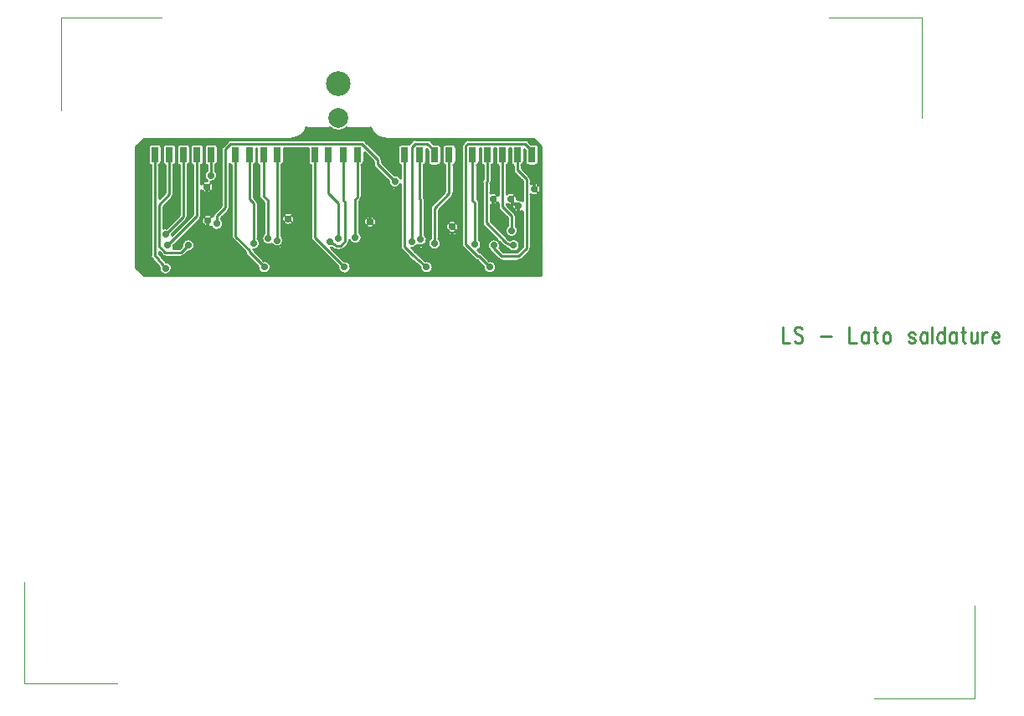
<source format=gbr>
*
*
G04 PADS VX.0 Build Number: 635560 generated Gerber (RS-274-X) file*
G04 PC Version=2.1*
*
%IN "FTC_001.pcb"*%
*
%MOIN*%
*
%FSLAX35Y35*%
*
*
*
*
G04 PC Standard Apertures*
*
*
G04 Thermal Relief Aperture macro.*
%AMTER*
1,1,$1,0,0*
1,0,$1-$2,0,0*
21,0,$3,$4,0,0,45*
21,0,$3,$4,0,0,135*
%
*
*
G04 Annular Aperture macro.*
%AMANN*
1,1,$1,0,0*
1,0,$2,0,0*
%
*
*
G04 Odd Aperture macro.*
%AMODD*
1,1,$1,0,0*
1,0,$1-0.005,0,0*
%
*
*
G04 PC Custom Aperture Macros*
*
*
*
*
*
*
G04 PC Aperture Table*
*
%ADD010C,0.01*%
%ADD040C,0.001*%
%ADD070C,0.07874*%
%ADD091C,0.01181*%
%ADD093C,0.00591*%
%ADD132C,0.09843*%
%ADD160C,0.02795*%
%ADD164R,0.03X0.06*%
*
*
*
*
G04 PC Circuitry*
G04 Layer Name FTC_001.pcb - circuitry*
%LPD*%
*
*
G04 PC Custom Flashes*
G04 Layer Name FTC_001.pcb - flashes*
%LPD*%
*
*
G04 PC Circuitry*
G04 Layer Name FTC_001.pcb - circuitry*
%LPD*%
*
G54D10*
G01X570472Y345933D02*
Y339370D01*
X573200*
X578427Y344995D02*
X577972Y345620D01*
X577291Y345933*
X576382*
X575700Y345620*
X575245Y344995*
Y344370*
X575472Y343745*
X575700Y343433*
X576154Y343120*
X577518Y342495*
X577972Y342183*
X578200Y341870*
X578427Y341245*
Y340308*
X577972Y339683*
X577291Y339370*
X576382*
X575700Y339683*
X575245Y340308*
X585700Y342183D02*
X589791D01*
X597063Y345933D02*
Y339370D01*
X599791*
X604563Y343745D02*
Y339370D01*
Y342808D02*
X604109Y343433D01*
X603654Y343745*
X602972*
X602518Y343433*
X602063Y342808*
X601836Y341870*
Y341245*
X602063Y340308*
X602518Y339683*
X602972Y339370*
X603654*
X604109Y339683*
X604563Y340308*
X607291Y345933D02*
Y340620D01*
X607518Y339683*
X607972Y339370*
X608427*
X606609Y343745D02*
X608200D01*
X611609D02*
X611154Y343433D01*
X610700Y342808*
X610472Y341870*
Y341245*
X610700Y340308*
X611154Y339683*
X611609Y339370*
X612291*
X612745Y339683*
X613200Y340308*
X613427Y341245*
Y341870*
X613200Y342808*
X612745Y343433*
X612291Y343745*
X611609*
X623200Y342808D02*
X622972Y343433D01*
X622291Y343745*
X621609*
X620927Y343433*
X620700Y342808*
X620927Y342183*
X621382Y341870*
X622518Y341558*
X622972Y341245*
X623200Y340620*
Y340308*
X622972Y339683*
X622291Y339370*
X621609*
X620927Y339683*
X620700Y340308*
X627972Y343745D02*
Y339370D01*
Y342808D02*
X627518Y343433D01*
X627063Y343745*
X626382*
X625927Y343433*
X625472Y342808*
X625245Y341870*
Y341245*
X625472Y340308*
X625927Y339683*
X626382Y339370*
X627063*
X627518Y339683*
X627972Y340308*
X630018Y345933D02*
Y339370D01*
X634791Y345933D02*
Y339370D01*
Y342808D02*
X634336Y343433D01*
X633882Y343745*
X633200*
X632745Y343433*
X632291Y342808*
X632063Y341870*
Y341245*
X632291Y340308*
X632745Y339683*
X633200Y339370*
X633882*
X634336Y339683*
X634791Y340308*
X639563Y343745D02*
Y339370D01*
Y342808D02*
X639109Y343433D01*
X638654Y343745*
X637972*
X637518Y343433*
X637063Y342808*
X636836Y341870*
Y341245*
X637063Y340308*
X637518Y339683*
X637972Y339370*
X638654*
X639109Y339683*
X639563Y340308*
X642291Y345933D02*
Y340620D01*
X642518Y339683*
X642972Y339370*
X643427*
X641609Y343745D02*
X643200D01*
X645472D02*
Y340620D01*
X645700Y339683*
X646154Y339370*
X646836*
X647291Y339683*
X647972Y340620*
Y343745D02*
Y339370D01*
X650018Y343745D02*
Y339370D01*
Y341870D02*
X650245Y342808D01*
X650700Y343433*
X651154Y343745*
X651836*
X653882Y341870D02*
X656609D01*
Y342495*
X656382Y343120*
X656154Y343433*
X655700Y343745*
X655018*
X654563Y343433*
X654109Y342808*
X653882Y341870*
Y341245*
X654109Y340308*
X654563Y339683*
X655018Y339370*
X655700*
X656154Y339683*
X656609Y340308*
X333858Y378346D02*
X331102Y375591D01*
X324673*
X322206Y378058*
X324803Y369291D02*
X320472Y374409D01*
Y414567*
X364173Y369685D02*
X358147Y375711D01*
Y376498*
X352756Y381890*
Y414567*
X396063Y369685D02*
X384192Y381556D01*
Y414567*
X428740Y369685D02*
X422835Y374909D01*
X420044Y377699*
Y414510*
X453937Y369685D02*
X449613Y374009D01*
X449089*
X444395Y378703*
X468504Y377165D02*
X465354Y374016D01*
X458661*
X455512Y377165*
Y378346*
X322206Y378058D02*
Y394646D01*
X326378Y398819*
Y414567*
X324803Y382677D02*
X331890Y389764D01*
Y414567*
X325591Y378346D02*
X337402Y390157D01*
Y414567*
X345276Y387008D02*
Y390111D01*
X348685Y393520*
Y416693*
X350759Y418767*
X403029*
X369291Y380315D02*
Y414567D01*
X359843Y379134D02*
Y395262D01*
X358268Y396837*
Y414567*
X365748Y381102D02*
Y396049D01*
X363780Y398018*
Y414567*
X396298Y380026D02*
X394529Y378257D01*
X392913*
X390107Y379832*
X390157Y379921*
X396298Y380026D02*
Y395634D01*
X395609Y396323*
Y414478*
X393701Y381102D02*
Y395065D01*
X389764Y399002*
Y414567*
X400394Y381496D02*
Y396823D01*
X401121Y397549*
Y414478*
X426378Y380709D02*
Y396594D01*
X425950Y397022*
Y414510*
X422835Y379921D02*
Y417592D01*
X424140Y418898*
X428968*
X431890Y379134D02*
Y393176D01*
X437761Y399047*
Y414510*
X444395Y378703D02*
Y417993D01*
X445300Y418898*
X467815*
X452520Y387368D02*
Y403621D01*
X453001Y404101*
Y414496*
X448031Y378740D02*
Y395349D01*
X447095Y396285*
Y414496*
X463386Y378346D02*
X463159Y377945D01*
X460361Y379528*
X452520Y387368*
X468504Y377165D02*
Y404724D01*
X464812Y408417*
Y414496*
X462598Y384252D02*
Y390046D01*
X458906Y393739*
Y414496*
X342913Y406299D02*
Y414567D01*
X416142Y403937D02*
X409268Y410811D01*
Y412528*
X403029Y418767*
X431855Y414510D02*
Y416010D01*
X428968Y418898*
X470717Y414496D02*
Y415996D01*
X467815Y418898*
X441574Y385827D02*
G75*
G03X441574I-2598J0D01*
G01X376220Y388976D02*
G03X376220I-2598J0D01*
G01X408897Y387795D02*
G03X408897I-2598J0D01*
G01X457206Y398396D02*
Y410313D01*
X456206Y411496D02*
G03X457206Y410313I1200J-0D01*
G01X456206Y411496D02*
Y417198D01*
X455701*
Y411496*
X454701Y410313D02*
G03X455701Y411496I-200J1183D01*
G01X454701Y410313D02*
Y404101D01*
X454220Y402917D02*
G03X454701Y404101I-1219J1184D01*
G01X454220Y402917D02*
Y399288D01*
X457206Y398396D02*
G03X454220Y399288I-2088J-1546D01*
G01X466804Y377870D02*
Y391939D01*
X462766Y394314D02*
G03X466804Y391939I2588J-220D01*
G01X460606Y394803D02*
G03X462766Y394314I1599J2047D01*
G01X460606Y394803D02*
Y394443D01*
X463801Y391249*
X464298Y390046D02*
G03X463801Y391249I-1700J0D01*
G01X464298Y390046D02*
Y386216D01*
X460898D02*
G03X464298I1700J-1964D01*
G01X460898D02*
Y389342D01*
X457704Y392537*
X457206Y393739D02*
G03X457704Y392537I1700J-0D01*
G01X457206Y393739D02*
Y395305D01*
X454220Y394413D02*
G03X457206Y395305I898J2437D01*
G01X454220Y394413D02*
Y388072D01*
X461399Y380893*
X462008Y380549*
X461067Y377175D02*
G03X462008Y380549I2319J1171D01*
G01X461067Y377175D02*
X459524Y378048D01*
X459158Y378325D02*
G03X459524Y378048I1203J1203D01*
G01X459158Y378325D02*
X457620Y379863D01*
X457855Y377226D02*
G03X457620Y379863I-2343J1120D01*
G01X457855Y377226D02*
X459366Y375716D01*
X464650*
X466804Y377870*
Y396250D02*
Y404020D01*
X463610Y407215*
X463112Y408417D02*
G03X463610Y407215I1700J-0D01*
G01X463112Y408417D02*
Y410313D01*
X462112Y411496D02*
G03X463112Y410313I1200J-0D01*
G01X462112Y411496D02*
Y417198D01*
X461606*
Y411496*
X460606Y410313D02*
G03X461606Y411496I-200J1183D01*
G01X460606Y410313D02*
Y398898D01*
X464793Y396631D02*
G03X460606Y398898I-2588J219D01*
G01X466804Y396250D02*
G03X464793Y396631I-1450J-2156D01*
G01X474303Y366445D02*
Y417774D01*
X471120Y420957*
X412205*
X406433Y425287D02*
G03X412205Y420957I5772J1682D01*
G01X406433Y425287D02*
X397106D01*
X390296D02*
G03X397106I3405J3847D01*
G01X390296D02*
X380969D01*
X375197Y420957D02*
G03X380969Y425287I-0J6012D01*
G01X375197Y420957D02*
X316281D01*
X313098Y417774*
Y369628*
X316281Y366445*
X474303*
X470204Y398632D02*
G03Y402943I1450J2155D01*
G01Y398632D02*
Y377165D01*
X469706Y375963D02*
G03X470204Y377165I-1202J1202D01*
G01X469706Y375963D02*
X466556Y372814D01*
X465354Y372316D02*
G03X466556Y372814I0J1700D01*
G01X465354Y372316D02*
X458661D01*
X457459Y372814D02*
G03X458661Y372316I1202J1202D01*
G01X457459Y372814D02*
X454310Y375963D01*
X454169Y376123D02*
G03X454310Y375963I1343J1042D01*
G01X457029Y380455D02*
G03X454169Y376123I-1517J-2109D01*
G01X457029Y380455D02*
X451318Y386166D01*
X450820Y387368D02*
G03X451318Y386166I1700J-0D01*
G01X450820Y387368D02*
Y403621D01*
X451301Y404805D02*
G03X450820Y403621I1219J-1184D01*
G01X451301Y404805D02*
Y410313D01*
X450301Y411496D02*
G03X451301Y410313I1200J-0D01*
G01X450301Y411496D02*
Y417198D01*
X449795*
Y411496*
X448795Y410313D02*
G03X449795Y411496I-200J1183D01*
G01X448795Y410313D02*
Y396989D01*
X449234Y396551*
X449732Y395349D02*
G03X449234Y396551I-1701J-0D01*
G01X449732Y395349D02*
Y380704D01*
X449120Y376382D02*
G03X449732Y380704I-1089J2358D01*
G01X449120Y376382D02*
X449804Y375698D01*
X450815Y375211D02*
G03X449804Y375698I-1202J-1202D01*
G01X450815Y375211D02*
X453750Y372276D01*
X451346Y369872D02*
G03X453750Y372276I2591J-187D01*
G01X451346Y369872D02*
X448898Y372320D01*
X447887Y372807D02*
G03X448898Y372320I1202J1202D01*
G01X447887Y372807D02*
X443193Y377501D01*
X442695Y378703D02*
G03X443193Y377501I1700J-0D01*
G01X442695Y378703D02*
Y417993D01*
X443193Y419195D02*
G03X442695Y417993I1202J-1202D01*
G01X443193Y419195D02*
X444098Y420100D01*
X445300Y420598D02*
G03X444098Y420100I-0J-1700D01*
G01X445300Y420598D02*
X467815D01*
X469018Y420100D02*
G03X467815Y420598I-1203J-1202D01*
G01X469018Y420100D02*
X470421Y418696D01*
X472217*
X473417Y417496D02*
G03X472217Y418696I-1200J-0D01*
G01X473417Y417496D02*
Y411496D01*
X472217Y410296D02*
G03X473417Y411496I0J1200D01*
G01X472217Y410296D02*
X469217D01*
X468017Y411496D02*
G03X469217Y410296I1200J-0D01*
G01X468017Y411496D02*
Y416292D01*
X467512Y416797*
Y411496*
X466512Y410313D02*
G03X467512Y411496I-200J1183D01*
G01X466512Y410313D02*
Y409121D01*
X469706Y405927*
X470204Y404724D02*
G03X469706Y405927I-1700J0D01*
G01X470204Y404724D02*
Y402943D01*
X441574Y385827D02*
G03X441574I-2598J0D01*
G01X440461Y417510D02*
Y411510D01*
X439461Y410327D02*
G03X440461Y411510I-200J1183D01*
G01X439461Y410327D02*
Y399047D01*
X438963Y397845D02*
G03X439461Y399047I-1202J1202D01*
G01X438963Y397845D02*
X433590Y392472D01*
Y381098*
X430190D02*
G03X433590I1700J-1964D01*
G01X430190D02*
Y393176D01*
X430688Y394379D02*
G03X430190Y393176I1202J-1203D01*
G01X430688Y394379D02*
X436061Y399752D01*
Y410327*
X435061Y411510D02*
G03X436061Y410327I1200J0D01*
G01X435061Y411510D02*
Y417510D01*
X436261Y418710D02*
G03X435061Y417510I-0J-1200D01*
G01X436261Y418710D02*
X439261D01*
X440461Y417510D02*
G03X439261Y418710I-1200J0D01*
G01X434555Y417510D02*
Y411510D01*
X433355Y410310D02*
G03X434555Y411510I0J1200D01*
G01X433355Y410310D02*
X430355D01*
X429155Y411510D02*
G03X430355Y410310I1200J0D01*
G01X429155Y411510D02*
Y416306D01*
X428650Y416811*
Y411510*
X427650Y410327D02*
G03X428650Y411510I-200J1183D01*
G01X427650Y410327D02*
Y397722D01*
X428078Y396594D02*
G03X427650Y397722I-1700J0D01*
G01X428078Y396594D02*
Y382673D01*
X425009Y378501D02*
G03X428078Y382673I1369J2208D01*
G01X422824Y377324D02*
G03X425009Y378501I11J2597D01*
G01X422824Y377324D02*
X424000Y376148D01*
X428395Y372260*
X426143Y369713D02*
G03X428395Y372260I2597J-28D01*
G01X426143Y369713D02*
X421708Y373636D01*
X421633Y373707D02*
G03X421708Y373636I1202J1202D01*
G01X421633Y373707D02*
X418842Y376497D01*
X418344Y377699D02*
G03X418842Y376497I1700J0D01*
G01X418344Y377699D02*
Y402560D01*
X413551Y404124D02*
G03X418344Y402560I2591J-187D01*
G01X413551Y404124D02*
X408066Y409609D01*
X407568Y410811D02*
G03X408066Y409609I1700J-0D01*
G01X407568Y410811D02*
Y411824D01*
X403821Y415571*
Y411478*
X402821Y410295D02*
G03X403821Y411478I-200J1183D01*
G01X402821Y410295D02*
Y397549D01*
X402323Y396347D02*
G03X402821Y397549I-1202J1202D01*
G01X402323Y396347D02*
X402094Y396118D01*
Y383460*
X397998Y380491D02*
G03X402094Y383460I2396J1005D01*
G01X397998Y380491D02*
Y380026D01*
X397501Y378824D02*
G03X397998Y380026I-1203J1202D01*
G01X397501Y378824D02*
X395731Y377055D01*
X394529Y376557D02*
G03X395731Y377055I0J1700D01*
G01X394529Y376557D02*
X392913D01*
X392081Y376775D02*
G03X392913Y376557I832J1482D01*
G01X392081Y376775D02*
X390907Y377434D01*
X390758Y377394D02*
G03X390907Y377434I-601J2527D01*
G01X390758Y377394D02*
X395876Y372276D01*
X393472Y369872D02*
G03X395876Y372276I2591J-187D01*
G01X393472Y369872D02*
X382990Y380354D01*
X382492Y381556D02*
G03X382990Y380354I1700J-0D01*
G01X382492Y381556D02*
Y410384D01*
X381492Y411567D02*
G03X382492Y410384I1200J-0D01*
G01X381492Y411567D02*
Y417067D01*
X371991*
Y411567*
X370991Y410384D02*
G03X371991Y411567I-200J1183D01*
G01X370991Y410384D02*
Y382279D01*
X367117Y378894D02*
G03X370991Y382279I2174J1421D01*
G01X364048Y383066D02*
G03X367117Y378894I1700J-1964D01*
G01X364048Y383066D02*
Y395345D01*
X362577Y396816*
X362080Y398018D02*
G03X362577Y396816I1700J-0D01*
G01X362080Y398018D02*
Y410384D01*
X361080Y411567D02*
G03X362080Y410384I1200J-0D01*
G01X361080Y411567D02*
Y417067D01*
X360968*
Y411567*
X359968Y410384D02*
G03X360968Y411567I-200J1183D01*
G01X359968Y410384D02*
Y397541D01*
X361045Y396464*
X361543Y395262D02*
G03X361045Y396464I-1700J-0D01*
G01X361543Y395262D02*
Y381098D01*
X359847Y376536D02*
G03X361543Y381098I-4J2598D01*
G01X359847Y376498D02*
G03Y376536I-1700J0D01*
G01Y376498D02*
Y376415D01*
X363986Y372276*
X361582Y369872D02*
G03X363986Y372276I2591J-187D01*
G01X361582Y369872D02*
X356945Y374509D01*
X356447Y375711D02*
G03X356945Y374509I1700J0D01*
G01X356447Y375711D02*
Y375794D01*
X351554Y380688*
X351056Y381890D02*
G03X351554Y380688I1700J-0D01*
G01X351056Y381890D02*
Y410384D01*
X350385Y410742D02*
G03X351056Y410384I871J825D01*
G01X350385Y410742D02*
Y393520D01*
X349887Y392317D02*
G03X350385Y393520I-1202J1203D01*
G01X349887Y392317D02*
X346976Y389406D01*
Y388972*
X342933Y385885D02*
G03X346976Y388972I2343J1123D01*
G01X343576Y390019D02*
G03X342933Y385885I-1844J-1830D01*
G01X343576Y390019D02*
Y390111D01*
X344073Y391313D02*
G03X343576Y390111I1203J-1202D01*
G01X344073Y391313D02*
X346985Y394224D01*
Y416693*
X347483Y417895D02*
G03X346985Y416693I1202J-1202D01*
G01X347483Y417895D02*
X349557Y419969D01*
X350759Y420467D02*
G03X349557Y419969I-0J-1700D01*
G01X350759Y420467D02*
X403029D01*
X404231Y419969D02*
G03X403029Y420467I-1202J-1202D01*
G01X404231Y419969D02*
X410470Y413730D01*
X410968Y412528D02*
G03X410470Y413730I-1700J-0D01*
G01X410968Y412528D02*
Y411515D01*
X415955Y406528*
X418344Y405314D02*
G03X415955Y406528I-2202J-1377D01*
G01X418344Y405314D02*
Y410327D01*
X417344Y411510D02*
G03X418344Y410327I1200J0D01*
G01X417344Y411510D02*
Y417510D01*
X418544Y418710D02*
G03X417344Y417510I0J-1200D01*
G01X418544Y418710D02*
X421544D01*
X421554D02*
G03X421544I-10J-1200D01*
G01X421633Y418794D02*
G03X421554Y418710I1202J-1202D01*
G01X421633Y418794D02*
X422938Y420100D01*
X424140Y420598D02*
G03X422938Y420100I0J-1700D01*
G01X424140Y420598D02*
X428968D01*
X430170Y420100D02*
G03X428968Y420598I-1202J-1202D01*
G01X430170Y420100D02*
X431559Y418710D01*
X433355*
X434555Y417510D02*
G03X433355Y418710I-1200J0D01*
G01X345613Y417567D02*
Y411567D01*
X344613Y410384D02*
G03X345613Y411567I-200J1183D01*
G01X344613Y410384D02*
Y408263D01*
X342828Y403703D02*
G03X344613Y408263I85J2596D01*
G01X339102Y400254D02*
G03X342828Y403703I2237J1321D01*
G01X339102Y400254D02*
Y390157D01*
X338604Y388955D02*
G03X339102Y390157I-1202J1202D01*
G01X338604Y388955D02*
X328181Y378533D01*
X327964Y377291D02*
G03X328181Y378533I-2373J1055D01*
G01X327964Y377291D02*
X330398D01*
X331267Y378160*
X333672Y375756D02*
G03X331267Y378160I186J2590D01*
G01X333672Y375756D02*
X332304Y374388D01*
X331102Y373891D02*
G03X332304Y374388I0J1700D01*
G01X331102Y373891D02*
X324673D01*
X323471Y374388D02*
G03X324673Y373891I1202J1203D01*
G01X323471Y374388D02*
X322172Y375687D01*
Y375032*
X324832Y371889*
X322237Y369693D02*
G03X324832Y371889I2566J-402D01*
G01X322237Y369693D02*
X319175Y373311D01*
X318772Y374409D02*
G03X319175Y373311I1700J0D01*
G01X318772Y374409D02*
Y410384D01*
X317772Y411567D02*
G03X318772Y410384I1200J-0D01*
G01X317772Y411567D02*
Y417567D01*
X318972Y418767D02*
G03X317772Y417567I0J-1200D01*
G01X318972Y418767D02*
X321972D01*
X323172Y417567D02*
G03X321972Y418767I-1200J-0D01*
G01X323172Y417567D02*
Y411567D01*
X322172Y410384D02*
G03X323172Y411567I-200J1183D01*
G01X322172Y410384D02*
Y397018D01*
X324678Y399523*
Y410384*
X323678Y411567D02*
G03X324678Y410384I1200J-0D01*
G01X323678Y411567D02*
Y417567D01*
X324878Y418767D02*
G03X323678Y417567I-0J-1200D01*
G01X324878Y418767D02*
X327878D01*
X329078Y417567D02*
G03X327878Y418767I-1200J-0D01*
G01X329078Y417567D02*
Y411567D01*
X328078Y410384D02*
G03X329078Y411567I-200J1183D01*
G01X328078Y410384D02*
Y398819D01*
X327580Y397617D02*
G03X328078Y398819I-1202J1202D01*
G01X327580Y397617D02*
X323906Y393942D01*
Y385115*
X324990Y385268D02*
G03X323906Y385115I-187J-2591D01*
G01X324990Y385268D02*
X330190Y390468D01*
Y410384*
X329190Y411567D02*
G03X330190Y410384I1200J-0D01*
G01X329190Y411567D02*
Y417567D01*
X330390Y418767D02*
G03X329190Y417567I-0J-1200D01*
G01X330390Y418767D02*
X333390D01*
X334590Y417567D02*
G03X333390Y418767I-1200J-0D01*
G01X334590Y417567D02*
Y411567D01*
X333590Y410384D02*
G03X334590Y411567I-200J1183D01*
G01X333590Y410384D02*
Y389764D01*
X333092Y388562D02*
G03X333590Y389764I-1202J1202D01*
G01X333092Y388562D02*
X327394Y382864D01*
X327398Y382558D02*
G03X327394Y382864I-2595J119D01*
G01X327398Y382558D02*
X335702Y390862D01*
Y410384*
X334702Y411567D02*
G03X335702Y410384I1200J-0D01*
G01X334702Y411567D02*
Y417567D01*
X335902Y418767D02*
G03X334702Y417567I-0J-1200D01*
G01X335902Y418767D02*
X338902D01*
X340102Y417567D02*
G03X338902Y418767I-1200J-0D01*
G01X340102Y417567D02*
Y411567D01*
X339102Y410384D02*
G03X340102Y411567I-200J1183D01*
G01X339102Y410384D02*
Y402895D01*
X341424Y404171D02*
G03X339102Y402895I-85J-2596D01*
G01X341213Y408263D02*
G03X341424Y404171I1700J-1964D01*
G01X341213Y408263D02*
Y410384D01*
X340213Y411567D02*
G03X341213Y410384I1200J-0D01*
G01X340213Y411567D02*
Y417567D01*
X341413Y418767D02*
G03X340213Y417567I0J-1200D01*
G01X341413Y418767D02*
X344413D01*
X345613Y417567D02*
G03X344413Y418767I-1200J-0D01*
G01X376220Y388976D02*
G03X376220I-2598J0D01*
G01X408897Y387795D02*
G03X408897I-2598J0D01*
G01X460606Y403176D02*
X466804D01*
X460606Y402276D02*
X466804D01*
X460606Y401376D02*
X466804D01*
X460606Y400476D02*
X466804D01*
X460606Y399576D02*
X466804D01*
X464053Y398676D02*
X466804D01*
X464632Y397776D02*
X466804D01*
X464802Y396876D02*
X466804D01*
X460606Y404076D02*
X466748D01*
X460606Y404976D02*
X465848D01*
X460606Y405876D02*
X464948D01*
X460606Y406776D02*
X464048D01*
X460606Y407676D02*
X463282D01*
X460606Y409476D02*
X463112D01*
X460606Y408576D02*
X463112D01*
X460837Y410376D02*
X462881D01*
X461586Y411276D02*
X462132D01*
X461606Y416676D02*
X462112D01*
X461606Y415776D02*
X462112D01*
X461606Y414876D02*
X462112D01*
X461606Y413976D02*
X462112D01*
X461606Y413076D02*
X462112D01*
X461606Y412176D02*
X462112D01*
X463573Y391476D02*
X466804D01*
X464214Y390576D02*
X466804D01*
X464298Y389676D02*
X466804D01*
X464298Y388776D02*
X466804D01*
X464298Y387876D02*
X466804D01*
X464298Y386976D02*
X466804D01*
X464448Y386076D02*
X466804D01*
X465026Y385176D02*
X466804D01*
X465196Y384276D02*
X466804D01*
X465044Y383376D02*
X466804D01*
X464494Y382476D02*
X466804D01*
X460716Y381576D02*
X466804D01*
X464535Y380676D02*
X466804D01*
X465555Y379776D02*
X466804D01*
X465929Y378876D02*
X466804D01*
X465957Y377976D02*
X466804D01*
X465652Y377076D02*
X466010D01*
X464813Y376176D02*
X465110D01*
X462673Y392376D02*
X463406D01*
X461773Y393276D02*
X462889D01*
X460873Y394176D02*
X462758D01*
X461784Y380676D02*
X462236D01*
X458906Y376176D02*
X461959D01*
X458006Y377076D02*
X461120D01*
X454220Y388776D02*
X460898D01*
X454416Y387876D02*
X460898D01*
X455316Y386976D02*
X460898D01*
X456216Y386076D02*
X460749D01*
X459816Y382476D02*
X460703D01*
X454220Y389676D02*
X460565D01*
X457116Y385176D02*
X460171D01*
X458916Y383376D02*
X460153D01*
X458016Y384276D02*
X460001D01*
X454220Y390576D02*
X459665D01*
X458083Y377976D02*
X459651D01*
X454220Y391476D02*
X458765D01*
X458055Y378876D02*
X458608D01*
X454220Y392376D02*
X457865D01*
X457681Y379776D02*
X457708D01*
X454220Y393276D02*
X457270D01*
X457015Y395076D02*
X457206D01*
X454220Y394176D02*
X457206D01*
X454701Y409476D02*
X457206D01*
X454701Y408576D02*
X457206D01*
X454701Y407676D02*
X457206D01*
X454701Y406776D02*
X457206D01*
X454701Y405876D02*
X457206D01*
X454701Y404976D02*
X457206D01*
X454700Y404076D02*
X457206D01*
X454427Y403176D02*
X457206D01*
X454220Y402276D02*
X457206D01*
X454220Y401376D02*
X457206D01*
X454220Y400476D02*
X457206D01*
X454220Y399576D02*
X457206D01*
X456966Y398676D02*
X457206D01*
X454931Y410376D02*
X456975D01*
X455680Y411276D02*
X456226D01*
X455701Y416676D02*
X456206D01*
X455701Y415776D02*
X456206D01*
X455701Y414876D02*
X456206D01*
X455701Y413976D02*
X456206D01*
X455701Y413076D02*
X456206D01*
X455701Y412176D02*
X456206D01*
X473391Y417744D02*
X474303D01*
X473417Y416844D02*
X474303D01*
X473417Y415944D02*
X474303D01*
X473417Y415044D02*
X474303D01*
X473417Y414144D02*
X474303D01*
X473417Y413244D02*
X474303D01*
X473417Y412344D02*
X474303D01*
X473416Y411444D02*
X474303D01*
X472947Y410544D02*
X474303D01*
X466512Y409644D02*
X474303D01*
X466889Y408744D02*
X474303D01*
X467789Y407844D02*
X474303D01*
X468689Y406944D02*
X474303D01*
X469589Y406044D02*
X474303D01*
X470151Y405144D02*
X474303D01*
X470204Y404244D02*
X474303D01*
X472116Y403344D02*
X474303D01*
X473655Y402444D02*
X474303D01*
X474139Y401544D02*
X474303D01*
X474247Y400644D02*
X474303D01*
X474032Y399744D02*
X474303D01*
X473377Y398844D02*
X474303D01*
X470204Y397944D02*
X474303D01*
X470204Y397044D02*
X474303D01*
X470204Y396144D02*
X474303D01*
X470204Y395244D02*
X474303D01*
X470204Y394344D02*
X474303D01*
X470204Y393444D02*
X474303D01*
X470204Y392544D02*
X474303D01*
X470204Y391644D02*
X474303D01*
X470204Y390744D02*
X474303D01*
X470204Y389844D02*
X474303D01*
X470204Y388944D02*
X474303D01*
X470204Y388044D02*
X474303D01*
X470204Y387144D02*
X474303D01*
X470204Y386244D02*
X474303D01*
X470204Y385344D02*
X474303D01*
X470204Y384444D02*
X474303D01*
X470204Y383544D02*
X474303D01*
X470204Y382644D02*
X474303D01*
X470204Y381744D02*
X474303D01*
X470204Y380844D02*
X474303D01*
X470204Y379944D02*
X474303D01*
X470204Y379044D02*
X474303D01*
X470204Y378144D02*
X474303D01*
X470204Y377244D02*
X474303D01*
X469992Y376344D02*
X474303D01*
X469186Y375444D02*
X474303D01*
X468286Y374544D02*
X474303D01*
X467386Y373644D02*
X474303D01*
X466482Y372744D02*
X474303D01*
X455382Y371844D02*
X474303D01*
X456209Y370944D02*
X474303D01*
X456510Y370044D02*
X474303D01*
X456478Y369144D02*
X474303D01*
X456098Y368244D02*
X474303D01*
X455062Y367344D02*
X474303D01*
X472568Y418644D02*
X473433D01*
X469574Y419544D02*
X472533D01*
X468523Y420444D02*
X471633D01*
X470204Y403344D02*
X471191D01*
X467042Y410544D02*
X468487D01*
X467511Y411444D02*
X468018D01*
X467512Y415944D02*
X468017D01*
X467512Y415044D02*
X468017D01*
X467512Y414144D02*
X468017D01*
X467512Y413244D02*
X468017D01*
X467512Y412344D02*
X468017D01*
X453283Y372744D02*
X457534D01*
X456227Y380844D02*
X456640D01*
X452383Y373644D02*
X456629D01*
X449732Y381744D02*
X455740D01*
X451483Y374544D02*
X455729D01*
X449732Y382644D02*
X454840D01*
X450525Y375444D02*
X454829D01*
X449732Y380844D02*
X454796D01*
X449732Y383544D02*
X453940D01*
X449159Y376344D02*
X453858D01*
X450334Y379944D02*
X453463D01*
X450155Y377244D02*
X453160D01*
X449732Y384444D02*
X453040D01*
X450611Y379044D02*
X453009D01*
X450560Y378144D02*
X452922D01*
X429865Y367344D02*
X452812D01*
X449732Y385344D02*
X452140D01*
X430901Y368244D02*
X451776D01*
X431281Y369144D02*
X451396D01*
X448795Y409644D02*
X451301D01*
X448795Y408744D02*
X451301D01*
X448795Y407844D02*
X451301D01*
X448795Y406944D02*
X451301D01*
X448795Y406044D02*
X451301D01*
X448795Y405144D02*
X451301D01*
X449732Y386244D02*
X451245D01*
X431313Y370044D02*
X451174D01*
X448795Y404244D02*
X450939D01*
X449732Y387144D02*
X450835D01*
X448795Y403344D02*
X450820D01*
X448795Y402444D02*
X450820D01*
X448795Y401544D02*
X450820D01*
X448795Y400644D02*
X450820D01*
X448795Y399744D02*
X450820D01*
X448795Y398844D02*
X450820D01*
X448795Y397944D02*
X450820D01*
X448795Y397044D02*
X450820D01*
X449534Y396144D02*
X450820D01*
X449732Y395244D02*
X450820D01*
X449732Y394344D02*
X450820D01*
X449732Y393444D02*
X450820D01*
X449732Y392544D02*
X450820D01*
X449732Y391644D02*
X450820D01*
X449732Y390744D02*
X450820D01*
X449732Y389844D02*
X450820D01*
X449732Y388944D02*
X450820D01*
X449732Y388044D02*
X450820D01*
X449325Y410544D02*
X450770D01*
X449794Y411444D02*
X450302D01*
X449795Y416844D02*
X450301D01*
X449795Y415944D02*
X450301D01*
X449795Y415044D02*
X450301D01*
X449795Y414144D02*
X450301D01*
X449795Y413244D02*
X450301D01*
X449795Y412344D02*
X450301D01*
X431013Y370944D02*
X450274D01*
X430185Y371844D02*
X449374D01*
X427848Y372744D02*
X447954D01*
X426831Y373644D02*
X447050D01*
X425813Y374544D02*
X446150D01*
X424796Y375444D02*
X445250D01*
X429675Y420444D02*
X444593D01*
X423804Y376344D02*
X444350D01*
X430726Y419544D02*
X443542D01*
X433672Y377244D02*
X443450D01*
X439655Y418644D02*
X442825D01*
X434291Y378144D02*
X442790D01*
X440438Y417744D02*
X442695D01*
X440461Y416844D02*
X442695D01*
X440461Y415944D02*
X442695D01*
X440461Y415044D02*
X442695D01*
X440461Y414144D02*
X442695D01*
X440461Y413244D02*
X442695D01*
X440461Y412344D02*
X442695D01*
X440459Y411444D02*
X442695D01*
X439972Y410544D02*
X442695D01*
X439461Y409644D02*
X442695D01*
X439461Y408744D02*
X442695D01*
X439461Y407844D02*
X442695D01*
X439461Y406944D02*
X442695D01*
X439461Y406044D02*
X442695D01*
X439461Y405144D02*
X442695D01*
X439461Y404244D02*
X442695D01*
X439461Y403344D02*
X442695D01*
X439461Y402444D02*
X442695D01*
X439461Y401544D02*
X442695D01*
X439461Y400644D02*
X442695D01*
X439461Y399744D02*
X442695D01*
X439449Y398844D02*
X442695D01*
X439054Y397944D02*
X442695D01*
X438161Y397044D02*
X442695D01*
X437261Y396144D02*
X442695D01*
X436361Y395244D02*
X442695D01*
X435461Y394344D02*
X442695D01*
X434561Y393444D02*
X442695D01*
X433661Y392544D02*
X442695D01*
X433590Y391644D02*
X442695D01*
X433590Y390744D02*
X442695D01*
X433590Y389844D02*
X442695D01*
X433590Y388944D02*
X442695D01*
X440330Y388044D02*
X442695D01*
X441216Y387144D02*
X442695D01*
X441540Y386244D02*
X442695D01*
X441529Y385344D02*
X442695D01*
X441175Y384444D02*
X442695D01*
X440215Y383544D02*
X442695D01*
X433590Y382644D02*
X442695D01*
X433590Y381744D02*
X442695D01*
X433845Y380844D02*
X442695D01*
X434358Y379944D02*
X442695D01*
X434486Y379044D02*
X442695D01*
X433590Y383544D02*
X437737D01*
X433590Y388044D02*
X437622D01*
X433590Y384444D02*
X436778D01*
X433590Y387144D02*
X436737D01*
X433590Y385344D02*
X436424D01*
X433590Y386244D02*
X436412D01*
X427650Y409644D02*
X436061D01*
X427650Y408744D02*
X436061D01*
X427650Y407844D02*
X436061D01*
X427650Y406944D02*
X436061D01*
X427650Y406044D02*
X436061D01*
X427650Y405144D02*
X436061D01*
X427650Y404244D02*
X436061D01*
X427650Y403344D02*
X436061D01*
X427650Y402444D02*
X436061D01*
X427650Y401544D02*
X436061D01*
X427650Y400644D02*
X436061D01*
X427650Y399744D02*
X436053D01*
X433749Y418644D02*
X435867D01*
X434067Y410544D02*
X435550D01*
X427650Y398844D02*
X435153D01*
X434532Y417744D02*
X435084D01*
X434553Y411444D02*
X435063D01*
X434555Y416844D02*
X435061D01*
X434555Y415944D02*
X435061D01*
X434555Y415044D02*
X435061D01*
X434555Y414144D02*
X435061D01*
X434555Y413244D02*
X435061D01*
X434555Y412344D02*
X435061D01*
X427650Y397944D02*
X434253D01*
X428017Y397044D02*
X433353D01*
X428078Y396144D02*
X432453D01*
X428078Y395244D02*
X431553D01*
X428078Y394344D02*
X430654D01*
X428078Y393444D02*
X430211D01*
X428078Y392544D02*
X430190D01*
X428078Y391644D02*
X430190D01*
X428078Y390744D02*
X430190D01*
X428078Y389844D02*
X430190D01*
X428078Y388944D02*
X430190D01*
X428078Y388044D02*
X430190D01*
X428078Y387144D02*
X430190D01*
X428078Y386244D02*
X430190D01*
X428078Y385344D02*
X430190D01*
X428078Y384444D02*
X430190D01*
X428078Y383544D02*
X430190D01*
X428111Y382644D02*
X430190D01*
X428761Y381744D02*
X430190D01*
X422904Y377244D02*
X430108D01*
X428972Y380844D02*
X429934D01*
X428161Y410544D02*
X429644D01*
X426788Y378144D02*
X429488D01*
X428860Y379944D02*
X429422D01*
X428372Y379044D02*
X429294D01*
X428648Y411444D02*
X429157D01*
X428650Y415944D02*
X429155D01*
X428650Y415044D02*
X429155D01*
X428650Y414144D02*
X429155D01*
X428650Y413244D02*
X429155D01*
X428650Y412344D02*
X429155D01*
X397188Y367344D02*
X427615D01*
X398224Y368244D02*
X426579D01*
X398604Y369144D02*
X426200D01*
X424729Y378144D02*
X425968D01*
X398636Y370044D02*
X425769D01*
X398335Y370944D02*
X424752D01*
X397508Y371844D02*
X423734D01*
X403310Y420444D02*
X423433D01*
X395409Y372744D02*
X422717D01*
X404657Y419544D02*
X422382D01*
X394509Y373644D02*
X421699D01*
X393609Y374544D02*
X420796D01*
X392709Y375444D02*
X419896D01*
X391809Y376344D02*
X418996D01*
X395920Y377244D02*
X418406D01*
X412839Y409644D02*
X418344D01*
X413739Y408744D02*
X418344D01*
X414639Y407844D02*
X418344D01*
X415539Y406944D02*
X418344D01*
X417662Y406044D02*
X418344D01*
X418267Y402444D02*
X418344D01*
X417151Y401544D02*
X418344D01*
X402821Y400644D02*
X418344D01*
X402821Y399744D02*
X418344D01*
X402821Y398844D02*
X418344D01*
X402821Y397944D02*
X418344D01*
X402744Y397044D02*
X418344D01*
X402119Y396144D02*
X418344D01*
X402094Y395244D02*
X418344D01*
X402094Y394344D02*
X418344D01*
X402094Y393444D02*
X418344D01*
X402094Y392544D02*
X418344D01*
X402094Y391644D02*
X418344D01*
X402094Y390744D02*
X418344D01*
X407897Y389844D02*
X418344D01*
X408629Y388944D02*
X418344D01*
X408885Y388044D02*
X418344D01*
X408814Y387144D02*
X418344D01*
X408383Y386244D02*
X418344D01*
X407158Y385344D02*
X418344D01*
X402094Y384444D02*
X418344D01*
X402094Y383544D02*
X418344D01*
X402724Y382644D02*
X418344D01*
X402980Y381744D02*
X418344D01*
X402908Y380844D02*
X418344D01*
X402476Y379944D02*
X418344D01*
X401250Y379044D02*
X418344D01*
X396820Y378144D02*
X418344D01*
X405557Y418644D02*
X418150D01*
X411939Y410544D02*
X417833D01*
X406457Y417744D02*
X417367D01*
X411039Y411444D02*
X417346D01*
X407357Y416844D02*
X417344D01*
X408257Y415944D02*
X417344D01*
X409157Y415044D02*
X417344D01*
X410057Y414144D02*
X417344D01*
X410810Y413244D02*
X417344D01*
X410968Y412344D02*
X417344D01*
X402821Y401544D02*
X415132D01*
X402821Y402444D02*
X414016D01*
X402821Y403344D02*
X413613D01*
X402821Y404244D02*
X413431D01*
X402821Y405144D02*
X412531D01*
X402821Y406044D02*
X411631D01*
X402821Y406944D02*
X410731D01*
X377319Y421344D02*
X410083D01*
X402821Y407844D02*
X409831D01*
X402821Y408744D02*
X408931D01*
X378914Y422244D02*
X408488D01*
X402821Y409644D02*
X408032D01*
X403373Y410544D02*
X407589D01*
X403820Y411444D02*
X407568D01*
X379835Y423144D02*
X407567D01*
X403821Y412344D02*
X407048D01*
X394392Y424044D02*
X406952D01*
X396672Y424944D02*
X406544D01*
X403821Y413244D02*
X406148D01*
X402094Y385344D02*
X405441D01*
X403821Y414144D02*
X405248D01*
X402094Y389844D02*
X404702D01*
X403821Y415044D02*
X404348D01*
X402094Y386244D02*
X404216D01*
X402094Y388944D02*
X403969D01*
X402094Y387144D02*
X403785D01*
X402094Y388044D02*
X403713D01*
X397686Y379044D02*
X399537D01*
X397996Y379944D02*
X398311D01*
X365298Y367344D02*
X394938D01*
X366334Y368244D02*
X393902D01*
X366714Y369144D02*
X393522D01*
X366746Y370044D02*
X393300D01*
X380449Y424044D02*
X393009D01*
X366446Y370944D02*
X392400D01*
X365618Y371844D02*
X391500D01*
X390909Y377244D02*
X391246D01*
X380857Y424944D02*
X390729D01*
X363519Y372744D02*
X390600D01*
X362619Y373644D02*
X389700D01*
X361719Y374544D02*
X388800D01*
X360819Y375444D02*
X387900D01*
X359919Y376344D02*
X387000D01*
X361624Y377244D02*
X386100D01*
X370717Y378144D02*
X385200D01*
X371557Y379044D02*
X384300D01*
X371862Y379944D02*
X383400D01*
X371835Y380844D02*
X382648D01*
X370991Y409644D02*
X382492D01*
X370991Y408744D02*
X382492D01*
X370991Y407844D02*
X382492D01*
X370991Y406944D02*
X382492D01*
X370991Y406044D02*
X382492D01*
X370991Y405144D02*
X382492D01*
X370991Y404244D02*
X382492D01*
X370991Y403344D02*
X382492D01*
X370991Y402444D02*
X382492D01*
X370991Y401544D02*
X382492D01*
X370991Y400644D02*
X382492D01*
X370991Y399744D02*
X382492D01*
X370991Y398844D02*
X382492D01*
X370991Y397944D02*
X382492D01*
X370991Y397044D02*
X382492D01*
X370991Y396144D02*
X382492D01*
X370991Y395244D02*
X382492D01*
X370991Y394344D02*
X382492D01*
X370991Y393444D02*
X382492D01*
X370991Y392544D02*
X382492D01*
X370991Y391644D02*
X382492D01*
X375526Y390744D02*
X382492D01*
X376071Y389844D02*
X382492D01*
X376219Y388944D02*
X382492D01*
X376046Y388044D02*
X382492D01*
X375463Y387144D02*
X382492D01*
X370991Y386244D02*
X382492D01*
X370991Y385344D02*
X382492D01*
X370991Y384444D02*
X382492D01*
X370991Y383544D02*
X382492D01*
X370991Y382644D02*
X382492D01*
X371461Y381744D02*
X382492D01*
X371418Y410544D02*
X382065D01*
X371985Y411444D02*
X381498D01*
X371991Y416844D02*
X381492D01*
X371991Y415944D02*
X381492D01*
X371991Y415044D02*
X381492D01*
X371991Y414144D02*
X381492D01*
X371991Y413244D02*
X381492D01*
X371991Y412344D02*
X381492D01*
X370991Y387144D02*
X371781D01*
X370991Y390744D02*
X371718D01*
X370991Y388044D02*
X371198D01*
X370991Y389844D02*
X371173D01*
X370991Y388944D02*
X371025D01*
X362244Y378144D02*
X367866D01*
X362439Y379044D02*
X364164D01*
X361543Y395244D02*
X364048D01*
X361543Y394344D02*
X364048D01*
X361543Y393444D02*
X364048D01*
X361543Y392544D02*
X364048D01*
X361543Y391644D02*
X364048D01*
X361543Y390744D02*
X364048D01*
X361543Y389844D02*
X364048D01*
X361543Y388944D02*
X364048D01*
X361543Y388044D02*
X364048D01*
X361543Y387144D02*
X364048D01*
X361543Y386244D02*
X364048D01*
X361543Y385344D02*
X364048D01*
X361543Y384444D02*
X364048D01*
X361543Y383544D02*
X364048D01*
X361543Y382644D02*
X363657D01*
X362311Y379944D02*
X363423D01*
X361296Y396144D02*
X363249D01*
X361543Y381744D02*
X363231D01*
X361798Y380844D02*
X363163D01*
X326522Y367344D02*
X363048D01*
X360465Y397044D02*
X362386D01*
X359968Y397944D02*
X362081D01*
X359968Y409644D02*
X362080D01*
X359968Y408744D02*
X362080D01*
X359968Y407844D02*
X362080D01*
X359968Y406944D02*
X362080D01*
X359968Y406044D02*
X362080D01*
X359968Y405144D02*
X362080D01*
X359968Y404244D02*
X362080D01*
X359968Y403344D02*
X362080D01*
X359968Y402444D02*
X362080D01*
X359968Y401544D02*
X362080D01*
X359968Y400644D02*
X362080D01*
X359968Y399744D02*
X362080D01*
X359968Y398844D02*
X362080D01*
X327180Y368244D02*
X362012D01*
X360394Y410544D02*
X361653D01*
X327397Y369144D02*
X361633D01*
X327290Y370044D02*
X361410D01*
X360961Y411444D02*
X361086D01*
X360968Y416844D02*
X361080D01*
X360968Y415944D02*
X361080D01*
X360968Y415044D02*
X361080D01*
X360968Y414144D02*
X361080D01*
X360968Y413244D02*
X361080D01*
X360968Y412344D02*
X361080D01*
X326808Y370944D02*
X360510D01*
X325287Y371844D02*
X359610D01*
X324109Y372744D02*
X358710D01*
X323347Y373644D02*
X357810D01*
X332460Y374544D02*
X356911D01*
X333360Y375444D02*
X356468D01*
X335512Y376344D02*
X355898D01*
X336210Y377244D02*
X354998D01*
X336448Y378144D02*
X354098D01*
X336361Y379044D02*
X353198D01*
X335907Y379944D02*
X352298D01*
X334574Y380844D02*
X351416D01*
X331392Y381744D02*
X351062D01*
X350385Y409644D02*
X351056D01*
X350385Y408744D02*
X351056D01*
X350385Y407844D02*
X351056D01*
X350385Y406944D02*
X351056D01*
X350385Y406044D02*
X351056D01*
X350385Y405144D02*
X351056D01*
X350385Y404244D02*
X351056D01*
X350385Y403344D02*
X351056D01*
X350385Y402444D02*
X351056D01*
X350385Y401544D02*
X351056D01*
X350385Y400644D02*
X351056D01*
X350385Y399744D02*
X351056D01*
X350385Y398844D02*
X351056D01*
X350385Y397944D02*
X351056D01*
X350385Y397044D02*
X351056D01*
X350385Y396144D02*
X351056D01*
X350385Y395244D02*
X351056D01*
X350385Y394344D02*
X351056D01*
X350383Y393444D02*
X351056D01*
X350077Y392544D02*
X351056D01*
X349213Y391644D02*
X351056D01*
X348313Y390744D02*
X351056D01*
X347413Y389844D02*
X351056D01*
X347008Y388944D02*
X351056D01*
X347658Y388044D02*
X351056D01*
X347870Y387144D02*
X351056D01*
X347758Y386244D02*
X351056D01*
X347270Y385344D02*
X351056D01*
X345691Y384444D02*
X351056D01*
X333192Y383544D02*
X351056D01*
X332292Y382644D02*
X351056D01*
X350385Y410544D02*
X350629D01*
X315768Y420444D02*
X350478D01*
X314868Y419544D02*
X349131D01*
X344943Y418644D02*
X348231D01*
X345600Y417744D02*
X347348D01*
X345613Y416844D02*
X346991D01*
X345613Y415944D02*
X346985D01*
X345613Y415044D02*
X346985D01*
X345613Y414144D02*
X346985D01*
X345613Y413244D02*
X346985D01*
X345613Y412344D02*
X346985D01*
X345607Y411444D02*
X346985D01*
X345040Y410544D02*
X346985D01*
X344613Y409644D02*
X346985D01*
X344613Y408744D02*
X346985D01*
X345002Y407844D02*
X346985D01*
X345430Y406944D02*
X346985D01*
X345498Y406044D02*
X346985D01*
X345240Y405144D02*
X346985D01*
X344502Y404244D02*
X346985D01*
X343241Y403344D02*
X346985D01*
X343787Y402444D02*
X346985D01*
X343936Y401544D02*
X346985D01*
X343764Y400644D02*
X346985D01*
X343181Y399744D02*
X346985D01*
X339102Y398844D02*
X346985D01*
X339102Y397944D02*
X346985D01*
X339102Y397044D02*
X346985D01*
X339102Y396144D02*
X346985D01*
X339102Y395244D02*
X346985D01*
X339102Y394344D02*
X346985D01*
X339102Y393444D02*
X346204D01*
X339102Y392544D02*
X345304D01*
X334092Y384444D02*
X344861D01*
X339102Y391644D02*
X344404D01*
X342203Y390744D02*
X343698D01*
X334992Y385344D02*
X343281D01*
X339102Y404244D02*
X341325D01*
X339102Y390744D02*
X341261D01*
X339102Y409644D02*
X341213D01*
X339102Y408744D02*
X341213D01*
X339432Y418644D02*
X340883D01*
X339102Y407844D02*
X340825D01*
X339528Y410544D02*
X340787D01*
X339102Y405144D02*
X340587D01*
X339102Y406944D02*
X340397D01*
X339102Y406044D02*
X340328D01*
X340089Y417744D02*
X340226D01*
X340095Y411444D02*
X340220D01*
X340102Y416844D02*
X340213D01*
X340102Y415944D02*
X340213D01*
X340102Y415044D02*
X340213D01*
X340102Y414144D02*
X340213D01*
X340102Y413244D02*
X340213D01*
X340102Y412344D02*
X340213D01*
X335892Y386244D02*
X340011D01*
X339072Y389844D02*
X339730D01*
X339102Y399744D02*
X339496D01*
X339102Y403344D02*
X339436D01*
X336792Y387144D02*
X339354D01*
X338592Y388944D02*
X339247D01*
X337692Y388044D02*
X339139D01*
X333590Y409644D02*
X335702D01*
X333590Y408744D02*
X335702D01*
X333590Y407844D02*
X335702D01*
X333590Y406944D02*
X335702D01*
X333590Y406044D02*
X335702D01*
X333590Y405144D02*
X335702D01*
X333590Y404244D02*
X335702D01*
X333590Y403344D02*
X335702D01*
X333590Y402444D02*
X335702D01*
X333590Y401544D02*
X335702D01*
X333590Y400644D02*
X335702D01*
X333590Y399744D02*
X335702D01*
X333590Y398844D02*
X335702D01*
X333590Y397944D02*
X335702D01*
X333590Y397044D02*
X335702D01*
X333590Y396144D02*
X335702D01*
X333590Y395244D02*
X335702D01*
X333590Y394344D02*
X335702D01*
X333590Y393444D02*
X335702D01*
X333590Y392544D02*
X335702D01*
X333590Y391644D02*
X335702D01*
X333590Y390744D02*
X335583D01*
X333920Y418644D02*
X335372D01*
X334017Y410544D02*
X335275D01*
X334577Y417744D02*
X334715D01*
X334583Y411444D02*
X334708D01*
X334590Y416844D02*
X334702D01*
X334590Y415944D02*
X334702D01*
X334590Y415044D02*
X334702D01*
X334590Y414144D02*
X334702D01*
X334590Y413244D02*
X334702D01*
X334590Y412344D02*
X334702D01*
X333590Y389844D02*
X334683D01*
X333379Y388944D02*
X333783D01*
X330492Y380844D02*
X333143D01*
X332574Y388044D02*
X332883D01*
X331674Y387144D02*
X331983D01*
X329592Y379944D02*
X331810D01*
X328692Y379044D02*
X331356D01*
X328180Y378144D02*
X331251D01*
X330774Y386244D02*
X331083D01*
X328078Y409644D02*
X330190D01*
X328078Y408744D02*
X330190D01*
X328078Y407844D02*
X330190D01*
X328078Y406944D02*
X330190D01*
X328078Y406044D02*
X330190D01*
X328078Y405144D02*
X330190D01*
X328078Y404244D02*
X330190D01*
X328078Y403344D02*
X330190D01*
X328078Y402444D02*
X330190D01*
X328078Y401544D02*
X330190D01*
X328078Y400644D02*
X330190D01*
X328078Y399744D02*
X330190D01*
X328078Y398844D02*
X330190D01*
X327835Y397944D02*
X330190D01*
X327007Y397044D02*
X330190D01*
X326107Y396144D02*
X330190D01*
X325207Y395244D02*
X330190D01*
X324307Y394344D02*
X330190D01*
X323906Y393444D02*
X330190D01*
X323906Y392544D02*
X330190D01*
X323906Y391644D02*
X330190D01*
X323906Y390744D02*
X330190D01*
X329874Y385344D02*
X330183D01*
X328408Y418644D02*
X329860D01*
X328505Y410544D02*
X329763D01*
X323906Y389844D02*
X329565D01*
X328974Y384444D02*
X329283D01*
X329065Y417744D02*
X329203D01*
X329072Y411444D02*
X329196D01*
X329078Y416844D02*
X329190D01*
X329078Y415944D02*
X329190D01*
X329078Y415044D02*
X329190D01*
X329078Y414144D02*
X329190D01*
X329078Y413244D02*
X329190D01*
X329078Y412344D02*
X329190D01*
X323906Y388944D02*
X328665D01*
X328074Y383544D02*
X328383D01*
X323906Y388044D02*
X327765D01*
X327401Y382644D02*
X327483D01*
X323906Y387144D02*
X326865D01*
X323906Y386244D02*
X325965D01*
X323906Y385344D02*
X325065D01*
X322172Y409644D02*
X324678D01*
X322172Y408744D02*
X324678D01*
X322172Y407844D02*
X324678D01*
X322172Y406944D02*
X324678D01*
X322172Y406044D02*
X324678D01*
X322172Y405144D02*
X324678D01*
X322172Y404244D02*
X324678D01*
X322172Y403344D02*
X324678D01*
X322172Y402444D02*
X324678D01*
X322172Y401544D02*
X324678D01*
X322172Y400644D02*
X324678D01*
X322172Y399744D02*
X324678D01*
X322502Y418644D02*
X324348D01*
X322599Y410544D02*
X324251D01*
X322172Y398844D02*
X323998D01*
X323159Y417744D02*
X323691D01*
X323166Y411444D02*
X323684D01*
X323172Y416844D02*
X323678D01*
X323172Y415944D02*
X323678D01*
X323172Y415044D02*
X323678D01*
X323172Y414144D02*
X323678D01*
X323172Y413244D02*
X323678D01*
X323172Y412344D02*
X323678D01*
X322586Y374544D02*
X323316D01*
X322172Y397944D02*
X323098D01*
X315383Y367344D02*
X323084D01*
X314483Y368244D02*
X322426D01*
X322172Y375444D02*
X322416D01*
X313583Y369144D02*
X322210D01*
X322172Y397044D02*
X322198D01*
X313098Y370044D02*
X321940D01*
X313098Y370944D02*
X321178D01*
X313098Y371844D02*
X320417D01*
X313098Y372744D02*
X319655D01*
X313098Y373644D02*
X318955D01*
X313098Y409644D02*
X318772D01*
X313098Y408744D02*
X318772D01*
X313098Y407844D02*
X318772D01*
X313098Y406944D02*
X318772D01*
X313098Y406044D02*
X318772D01*
X313098Y405144D02*
X318772D01*
X313098Y404244D02*
X318772D01*
X313098Y403344D02*
X318772D01*
X313098Y402444D02*
X318772D01*
X313098Y401544D02*
X318772D01*
X313098Y400644D02*
X318772D01*
X313098Y399744D02*
X318772D01*
X313098Y398844D02*
X318772D01*
X313098Y397944D02*
X318772D01*
X313098Y397044D02*
X318772D01*
X313098Y396144D02*
X318772D01*
X313098Y395244D02*
X318772D01*
X313098Y394344D02*
X318772D01*
X313098Y393444D02*
X318772D01*
X313098Y392544D02*
X318772D01*
X313098Y391644D02*
X318772D01*
X313098Y390744D02*
X318772D01*
X313098Y389844D02*
X318772D01*
X313098Y388944D02*
X318772D01*
X313098Y388044D02*
X318772D01*
X313098Y387144D02*
X318772D01*
X313098Y386244D02*
X318772D01*
X313098Y385344D02*
X318772D01*
X313098Y384444D02*
X318772D01*
X313098Y383544D02*
X318772D01*
X313098Y382644D02*
X318772D01*
X313098Y381744D02*
X318772D01*
X313098Y380844D02*
X318772D01*
X313098Y379944D02*
X318772D01*
X313098Y379044D02*
X318772D01*
X313098Y378144D02*
X318772D01*
X313098Y377244D02*
X318772D01*
X313098Y376344D02*
X318772D01*
X313098Y375444D02*
X318772D01*
X313098Y374544D02*
X318772D01*
X313968Y418644D02*
X318442D01*
X313098Y410544D02*
X318346D01*
X313098Y417744D02*
X317785D01*
X313098Y411444D02*
X317779D01*
X313098Y416844D02*
X317772D01*
X313098Y415944D02*
X317772D01*
X313098Y415044D02*
X317772D01*
X313098Y414144D02*
X317772D01*
X313098Y413244D02*
X317772D01*
X313098Y412344D02*
X317772D01*
G54D40*
X606890Y197666D02*
X647047D01*
Y234673*
X625787Y429162D02*
Y469319D01*
X588780*
X268701Y244122D02*
Y203965D01*
X305709*
X323425Y469319D02*
X283268D01*
Y432311*
G54D70*
X393701Y429134D03*
G54D91*
X341732Y386614D02*
Y388189D01*
X406299Y387795D02*
Y389370D01*
X463644Y381496D02*
X465354Y383206D01*
Y394094*
X463644Y381496D02*
X461553D01*
X458268Y384781*
Y389796*
X455118Y392945*
Y396850*
X465354Y394094D02*
X464567Y394882D01*
X462992*
Y396063*
X462205Y396850*
X341339Y398425D02*
Y401575D01*
X471654Y400787D02*
Y403937D01*
G54D93*
X456955Y398687D02*
X456106Y397839D01*
X456955Y395014D02*
X456106Y395862D01*
X343175Y403412D02*
X342327Y402563D01*
X339502Y403412D02*
X340350Y402563D01*
X339502Y399738D02*
X340350Y400587D01*
X343175Y399738D02*
X342327Y400587D01*
X473490Y402624D02*
X472642Y401776D01*
X473490Y398951D02*
X472642Y399799D01*
X463518Y392258D02*
X464366Y393106D01*
X343569Y390026D02*
X342721Y389177D01*
X339895Y390026D02*
X340744Y389177D01*
X339895Y386352D02*
X340744Y387201D01*
X408136Y389632D02*
X407287Y388784D01*
X404462Y389632D02*
X405311Y388784D01*
X404462Y385958D02*
X405311Y386807D01*
X408136Y385958D02*
X407287Y386807D01*
X375459Y390813D02*
X374610Y389965D01*
X371785Y390813D02*
X372634Y389965D01*
X371785Y387140D02*
X372634Y387988D01*
X375459Y387140D02*
X374610Y387988D01*
X440813Y387664D02*
X439965Y386815D01*
X437140Y387664D02*
X437988Y386815D01*
X437140Y383990D02*
X437988Y384838D01*
X440813Y383990D02*
X439965Y384838D01*
X464042Y398687D02*
X463193Y397839D01*
G54D132*
X393701Y442913D03*
G54D160*
X324803Y369291D03*
X364173Y369685D03*
X396063D03*
X428740D03*
X453937D03*
X333858Y378346D03*
X324803Y382677D03*
X325591Y378346D03*
X345276Y387008D03*
X341732Y388189D03*
X369291Y380315D03*
X359843Y379134D03*
X365748Y381102D03*
X373622Y388976D03*
X393701Y381102D03*
X390157Y379921D03*
X400394Y381496D03*
X406299Y387795D03*
X426378Y380709D03*
X422835Y379921D03*
X431890Y379134D03*
X448031Y378740D03*
X455512Y378346D03*
X455118Y396850D03*
X438976Y385827D03*
X462598Y384252D03*
X463386Y378346D03*
X462205Y396850D03*
X465354Y394094D03*
X342913Y406299D03*
X341339Y401575D03*
X416142Y403937D03*
X471654Y400787D03*
G54D164*
X447095Y414496D03*
X464812D03*
X458906D03*
X453001D03*
X470717D03*
X431855Y414510D03*
X437761D03*
X425950D03*
X420044D03*
X389764Y414567D03*
X384192D03*
X401121Y414478D03*
X395609D03*
X369291Y414567D03*
X352756D03*
X358268D03*
X363780D03*
X342913D03*
X326378D03*
X331890D03*
X337402D03*
X320472D03*
G74*
X0Y0D02*
M02*

</source>
